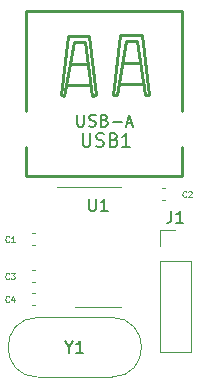
<source format=gbr>
%TF.GenerationSoftware,KiCad,Pcbnew,6.0.9-8da3e8f707~117~ubuntu20.04.1*%
%TF.CreationDate,2023-01-15T23:55:11-08:00*%
%TF.ProjectId,USBTTL,55534254-544c-42e6-9b69-6361645f7063,rev?*%
%TF.SameCoordinates,Original*%
%TF.FileFunction,Legend,Top*%
%TF.FilePolarity,Positive*%
%FSLAX46Y46*%
G04 Gerber Fmt 4.6, Leading zero omitted, Abs format (unit mm)*
G04 Created by KiCad (PCBNEW 6.0.9-8da3e8f707~117~ubuntu20.04.1) date 2023-01-15 23:55:11*
%MOMM*%
%LPD*%
G01*
G04 APERTURE LIST*
%ADD10C,0.150000*%
%ADD11C,0.152000*%
%ADD12C,0.100000*%
%ADD13C,0.120000*%
%ADD14C,0.254000*%
G04 APERTURE END LIST*
D10*
%TO.C,Y1*%
X24013809Y-42476190D02*
X24013809Y-42952380D01*
X23680476Y-41952380D02*
X24013809Y-42476190D01*
X24347142Y-41952380D01*
X25204285Y-42952380D02*
X24632857Y-42952380D01*
X24918571Y-42952380D02*
X24918571Y-41952380D01*
X24823333Y-42095238D01*
X24728095Y-42190476D01*
X24632857Y-42238095D01*
D11*
%TO.C,USB1*%
X25155771Y-24374071D02*
X25155771Y-25299357D01*
X25210200Y-25408214D01*
X25264628Y-25462642D01*
X25373485Y-25517071D01*
X25591200Y-25517071D01*
X25700057Y-25462642D01*
X25754485Y-25408214D01*
X25808914Y-25299357D01*
X25808914Y-24374071D01*
X26298771Y-25462642D02*
X26462057Y-25517071D01*
X26734200Y-25517071D01*
X26843057Y-25462642D01*
X26897485Y-25408214D01*
X26951914Y-25299357D01*
X26951914Y-25190500D01*
X26897485Y-25081642D01*
X26843057Y-25027214D01*
X26734200Y-24972785D01*
X26516485Y-24918357D01*
X26407628Y-24863928D01*
X26353200Y-24809500D01*
X26298771Y-24700642D01*
X26298771Y-24591785D01*
X26353200Y-24482928D01*
X26407628Y-24428500D01*
X26516485Y-24374071D01*
X26788628Y-24374071D01*
X26951914Y-24428500D01*
X27822771Y-24918357D02*
X27986057Y-24972785D01*
X28040485Y-25027214D01*
X28094914Y-25136071D01*
X28094914Y-25299357D01*
X28040485Y-25408214D01*
X27986057Y-25462642D01*
X27877200Y-25517071D01*
X27441771Y-25517071D01*
X27441771Y-24374071D01*
X27822771Y-24374071D01*
X27931628Y-24428500D01*
X27986057Y-24482928D01*
X28040485Y-24591785D01*
X28040485Y-24700642D01*
X27986057Y-24809500D01*
X27931628Y-24863928D01*
X27822771Y-24918357D01*
X27441771Y-24918357D01*
X29183485Y-25517071D02*
X28530342Y-25517071D01*
X28856914Y-25517071D02*
X28856914Y-24374071D01*
X28748057Y-24537357D01*
X28639200Y-24646214D01*
X28530342Y-24700642D01*
D10*
X24690476Y-22812380D02*
X24690476Y-23621904D01*
X24738095Y-23717142D01*
X24785714Y-23764761D01*
X24880952Y-23812380D01*
X25071428Y-23812380D01*
X25166666Y-23764761D01*
X25214285Y-23717142D01*
X25261904Y-23621904D01*
X25261904Y-22812380D01*
X25690476Y-23764761D02*
X25833333Y-23812380D01*
X26071428Y-23812380D01*
X26166666Y-23764761D01*
X26214285Y-23717142D01*
X26261904Y-23621904D01*
X26261904Y-23526666D01*
X26214285Y-23431428D01*
X26166666Y-23383809D01*
X26071428Y-23336190D01*
X25880952Y-23288571D01*
X25785714Y-23240952D01*
X25738095Y-23193333D01*
X25690476Y-23098095D01*
X25690476Y-23002857D01*
X25738095Y-22907619D01*
X25785714Y-22860000D01*
X25880952Y-22812380D01*
X26119047Y-22812380D01*
X26261904Y-22860000D01*
X27023809Y-23288571D02*
X27166666Y-23336190D01*
X27214285Y-23383809D01*
X27261904Y-23479047D01*
X27261904Y-23621904D01*
X27214285Y-23717142D01*
X27166666Y-23764761D01*
X27071428Y-23812380D01*
X26690476Y-23812380D01*
X26690476Y-22812380D01*
X27023809Y-22812380D01*
X27119047Y-22860000D01*
X27166666Y-22907619D01*
X27214285Y-23002857D01*
X27214285Y-23098095D01*
X27166666Y-23193333D01*
X27119047Y-23240952D01*
X27023809Y-23288571D01*
X26690476Y-23288571D01*
X27690476Y-23431428D02*
X28452380Y-23431428D01*
X28880952Y-23526666D02*
X29357142Y-23526666D01*
X28785714Y-23812380D02*
X29119047Y-22812380D01*
X29452380Y-23812380D01*
%TO.C,U1*%
X25713095Y-29952380D02*
X25713095Y-30761904D01*
X25760714Y-30857142D01*
X25808333Y-30904761D01*
X25903571Y-30952380D01*
X26094047Y-30952380D01*
X26189285Y-30904761D01*
X26236904Y-30857142D01*
X26284523Y-30761904D01*
X26284523Y-29952380D01*
X27284523Y-30952380D02*
X26713095Y-30952380D01*
X26998809Y-30952380D02*
X26998809Y-29952380D01*
X26903571Y-30095238D01*
X26808333Y-30190476D01*
X26713095Y-30238095D01*
%TO.C,J1*%
X32666666Y-30952380D02*
X32666666Y-31666666D01*
X32619047Y-31809523D01*
X32523809Y-31904761D01*
X32380952Y-31952380D01*
X32285714Y-31952380D01*
X33666666Y-31952380D02*
X33095238Y-31952380D01*
X33380952Y-31952380D02*
X33380952Y-30952380D01*
X33285714Y-31095238D01*
X33190476Y-31190476D01*
X33095238Y-31238095D01*
D12*
%TO.C,C4*%
X18916666Y-38623571D02*
X18892857Y-38647380D01*
X18821428Y-38671190D01*
X18773809Y-38671190D01*
X18702380Y-38647380D01*
X18654761Y-38599761D01*
X18630952Y-38552142D01*
X18607142Y-38456904D01*
X18607142Y-38385476D01*
X18630952Y-38290238D01*
X18654761Y-38242619D01*
X18702380Y-38195000D01*
X18773809Y-38171190D01*
X18821428Y-38171190D01*
X18892857Y-38195000D01*
X18916666Y-38218809D01*
X19345238Y-38337857D02*
X19345238Y-38671190D01*
X19226190Y-38147380D02*
X19107142Y-38504523D01*
X19416666Y-38504523D01*
%TO.C,C3*%
X18916666Y-36678571D02*
X18892857Y-36702380D01*
X18821428Y-36726190D01*
X18773809Y-36726190D01*
X18702380Y-36702380D01*
X18654761Y-36654761D01*
X18630952Y-36607142D01*
X18607142Y-36511904D01*
X18607142Y-36440476D01*
X18630952Y-36345238D01*
X18654761Y-36297619D01*
X18702380Y-36250000D01*
X18773809Y-36226190D01*
X18821428Y-36226190D01*
X18892857Y-36250000D01*
X18916666Y-36273809D01*
X19083333Y-36226190D02*
X19392857Y-36226190D01*
X19226190Y-36416666D01*
X19297619Y-36416666D01*
X19345238Y-36440476D01*
X19369047Y-36464285D01*
X19392857Y-36511904D01*
X19392857Y-36630952D01*
X19369047Y-36678571D01*
X19345238Y-36702380D01*
X19297619Y-36726190D01*
X19154761Y-36726190D01*
X19107142Y-36702380D01*
X19083333Y-36678571D01*
%TO.C,C2*%
X33916666Y-29733571D02*
X33892857Y-29757380D01*
X33821428Y-29781190D01*
X33773809Y-29781190D01*
X33702380Y-29757380D01*
X33654761Y-29709761D01*
X33630952Y-29662142D01*
X33607142Y-29566904D01*
X33607142Y-29495476D01*
X33630952Y-29400238D01*
X33654761Y-29352619D01*
X33702380Y-29305000D01*
X33773809Y-29281190D01*
X33821428Y-29281190D01*
X33892857Y-29305000D01*
X33916666Y-29328809D01*
X34107142Y-29328809D02*
X34130952Y-29305000D01*
X34178571Y-29281190D01*
X34297619Y-29281190D01*
X34345238Y-29305000D01*
X34369047Y-29328809D01*
X34392857Y-29376428D01*
X34392857Y-29424047D01*
X34369047Y-29495476D01*
X34083333Y-29781190D01*
X34392857Y-29781190D01*
%TO.C,C1*%
X18916666Y-33543571D02*
X18892857Y-33567380D01*
X18821428Y-33591190D01*
X18773809Y-33591190D01*
X18702380Y-33567380D01*
X18654761Y-33519761D01*
X18630952Y-33472142D01*
X18607142Y-33376904D01*
X18607142Y-33305476D01*
X18630952Y-33210238D01*
X18654761Y-33162619D01*
X18702380Y-33115000D01*
X18773809Y-33091190D01*
X18821428Y-33091190D01*
X18892857Y-33115000D01*
X18916666Y-33138809D01*
X19392857Y-33591190D02*
X19107142Y-33591190D01*
X19250000Y-33591190D02*
X19250000Y-33091190D01*
X19202380Y-33162619D01*
X19154761Y-33210238D01*
X19107142Y-33234047D01*
D13*
%TO.C,Y1*%
X21365000Y-45025000D02*
X27615000Y-45025000D01*
X21365000Y-39975000D02*
X27615000Y-39975000D01*
X27615000Y-45025000D02*
G75*
G03*
X27615000Y-39975000I0J2525000D01*
G01*
X21365000Y-39975000D02*
G75*
G03*
X21365000Y-45025000I0J-2525000D01*
G01*
D14*
%TO.C,USB1*%
X33604000Y-27985000D02*
X33604000Y-25535000D01*
X33604000Y-27985000D02*
X20396000Y-27985000D01*
X20396000Y-27985000D02*
X20396000Y-25560000D01*
X25552000Y-18511000D02*
X24104000Y-18511000D01*
X25730000Y-16123000D02*
X26312000Y-21170000D01*
X30200000Y-16072000D02*
X28346000Y-16072000D01*
X33604000Y-14015000D02*
X33604000Y-22460000D01*
X27762000Y-21127000D02*
X28067000Y-21178000D01*
X30023000Y-18460000D02*
X28575000Y-18460000D01*
X20396000Y-14015000D02*
X20396000Y-22460000D01*
X25324000Y-16631000D02*
X24384000Y-16631000D01*
X23292000Y-21178000D02*
X23876000Y-16123000D01*
X30353000Y-20213000D02*
X28270000Y-20213000D01*
X20396000Y-14015000D02*
X33604000Y-14015000D01*
X28854000Y-16580000D02*
X29794000Y-16580000D01*
X25979000Y-21196000D02*
X25324000Y-16631000D01*
X26312000Y-21170000D02*
X25979000Y-21196000D01*
X30782000Y-21119000D02*
X30200000Y-16072000D01*
X23596000Y-21229000D02*
X23292000Y-21178000D01*
X29794000Y-16580000D02*
X30449000Y-21145000D01*
X30449000Y-21145000D02*
X30782000Y-21119000D01*
X23876000Y-16123000D02*
X25730000Y-16123000D01*
X24384000Y-16631000D02*
X23596000Y-21229000D01*
X25882000Y-20263000D02*
X23800000Y-20263000D01*
X28346000Y-16072000D02*
X27762000Y-21127000D01*
X28067000Y-21178000D02*
X28854000Y-16580000D01*
D13*
%TO.C,U1*%
X26475000Y-39060000D02*
X24525000Y-39060000D01*
X26475000Y-28940000D02*
X28425000Y-28940000D01*
X26475000Y-39060000D02*
X28425000Y-39060000D01*
X26475000Y-28940000D02*
X23025000Y-28940000D01*
%TO.C,J1*%
X34330000Y-35190000D02*
X34330000Y-42870000D01*
X31670000Y-33920000D02*
X31670000Y-32590000D01*
X31670000Y-42870000D02*
X34330000Y-42870000D01*
X31670000Y-35190000D02*
X34330000Y-35190000D01*
X31670000Y-32590000D02*
X33000000Y-32590000D01*
X31670000Y-35190000D02*
X31670000Y-42870000D01*
%TO.C,C4*%
X21115580Y-37935000D02*
X20834420Y-37935000D01*
X21115580Y-38955000D02*
X20834420Y-38955000D01*
%TO.C,C3*%
X21115580Y-35990000D02*
X20834420Y-35990000D01*
X21115580Y-37010000D02*
X20834420Y-37010000D01*
%TO.C,C2*%
X31834420Y-30065000D02*
X32115580Y-30065000D01*
X31834420Y-29045000D02*
X32115580Y-29045000D01*
%TO.C,C1*%
X21115580Y-32855000D02*
X20834420Y-32855000D01*
X21115580Y-33875000D02*
X20834420Y-33875000D01*
%TD*%
M02*

</source>
